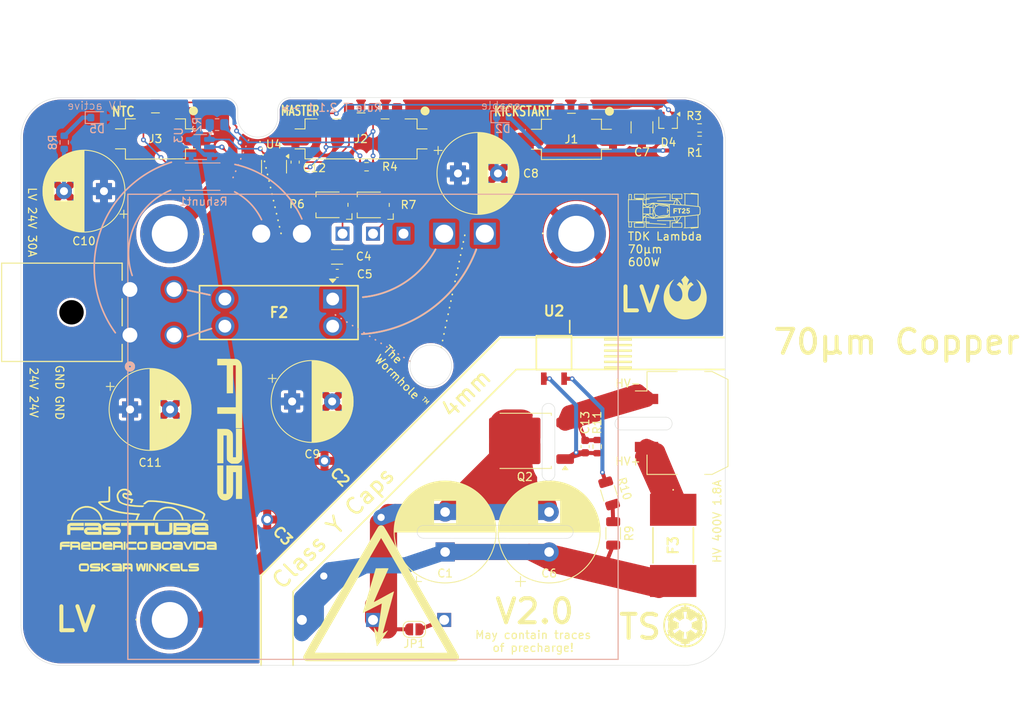
<source format=kicad_pcb>
(kicad_pcb
	(version 20241229)
	(generator "pcbnew")
	(generator_version "9.0")
	(general
		(thickness 1.67)
		(legacy_teardrops no)
	)
	(paper "A4")
	(layers
		(0 "F.Cu" mixed)
		(2 "B.Cu" mixed)
		(9 "F.Adhes" user "F.Adhesive")
		(11 "B.Adhes" user "B.Adhesive")
		(13 "F.Paste" user)
		(15 "B.Paste" user)
		(5 "F.SilkS" user "F.Silkscreen")
		(7 "B.SilkS" user "B.Silkscreen")
		(1 "F.Mask" user)
		(3 "B.Mask" user)
		(17 "Dwgs.User" user "User.Drawings")
		(19 "Cmts.User" user "User.Comments")
		(21 "Eco1.User" user "User.Eco1")
		(23 "Eco2.User" user "User.Eco2")
		(25 "Edge.Cuts" user)
		(27 "Margin" user)
		(31 "F.CrtYd" user "F.Courtyard")
		(29 "B.CrtYd" user "B.Courtyard")
		(35 "F.Fab" user)
		(33 "B.Fab" user)
		(39 "User.1" user)
		(41 "User.2" user)
		(43 "User.3" user)
		(45 "User.4" user)
		(47 "User.5" user)
		(49 "User.6" user)
		(51 "User.7" user)
		(53 "User.8" user)
		(55 "User.9" user)
	)
	(setup
		(stackup
			(layer "F.SilkS"
				(type "Top Silk Screen")
			)
			(layer "F.Paste"
				(type "Top Solder Paste")
			)
			(layer "F.Mask"
				(type "Top Solder Mask")
				(thickness 0.01)
			)
			(layer "F.Cu"
				(type "copper")
				(thickness 0.07)
			)
			(layer "dielectric 1"
				(type "core")
				(thickness 1.51)
				(material "FR4")
				(epsilon_r 4.5)
				(loss_tangent 0.02)
			)
			(layer "B.Cu"
				(type "copper")
				(thickness 0.07)
			)
			(layer "B.Mask"
				(type "Bottom Solder Mask")
				(thickness 0.01)
			)
			(layer "B.Paste"
				(type "Bottom Solder Paste")
			)
			(layer "B.SilkS"
				(type "Bottom Silk Screen")
			)
			(copper_finish "None")
			(dielectric_constraints no)
		)
		(pad_to_mask_clearance 0)
		(allow_soldermask_bridges_in_footprints no)
		(tenting front back)
		(pcbplotparams
			(layerselection 0x00000000_00000000_55555555_5755f5ff)
			(plot_on_all_layers_selection 0x00000000_00000000_00000000_00000000)
			(disableapertmacros no)
			(usegerberextensions no)
			(usegerberattributes yes)
			(usegerberadvancedattributes yes)
			(creategerberjobfile no)
			(dashed_line_dash_ratio 12.000000)
			(dashed_line_gap_ratio 3.000000)
			(svgprecision 4)
			(plotframeref no)
			(mode 1)
			(useauxorigin yes)
			(hpglpennumber 1)
			(hpglpenspeed 20)
			(hpglpendiameter 15.000000)
			(pdf_front_fp_property_popups yes)
			(pdf_back_fp_property_popups yes)
			(pdf_metadata yes)
			(pdf_single_document no)
			(dxfpolygonmode yes)
			(dxfimperialunits yes)
			(dxfusepcbnewfont yes)
			(psnegative no)
			(psa4output no)
			(plot_black_and_white yes)
			(plotinvisibletext no)
			(sketchpadsonfab no)
			(plotpadnumbers no)
			(hidednponfab no)
			(sketchdnponfab yes)
			(crossoutdnponfab yes)
			(subtractmaskfromsilk yes)
			(outputformat 1)
			(mirror no)
			(drillshape 0)
			(scaleselection 1)
			(outputdirectory "gerber/")
		)
	)
	(net 0 "")
	(net 1 "/-VIN")
	(net 2 "GND")
	(net 3 "Net-(D4-Pad3)")
	(net 4 "/+VIN")
	(net 5 "+3V3")
	(net 6 "/LV+")
	(net 7 "/3V_buttoncell")
	(net 8 "/TEMP_TSDCDC")
	(net 9 "/HV-in")
	(net 10 "/LV-")
	(net 11 "/LV_I_measure")
	(net 12 "/I_meas_weak")
	(net 13 "/+S")
	(net 14 "/TRM")
	(net 15 "Net-(D2-A)")
	(net 16 "Net-(D5-K)")
	(net 17 "/Vout+")
	(net 18 "Net-(R3-Pad2)")
	(net 19 "Net-(R10-Pad1)")
	(net 20 "/HV+in")
	(net 21 "/Enable_G")
	(net 22 "/Enable_Opto")
	(net 23 "Net-(JP1-A)")
	(footprint "Capacitor_SMD:C_1210_3225Metric" (layer "F.Cu") (at 177.6 64.721001 -90))
	(footprint "Resistor_SMD:R_0603_1608Metric" (layer "F.Cu") (at 184.8 64.8))
	(footprint "Capacitor_SMD:C_0603_1608Metric" (layer "F.Cu") (at 170.5 104.6475 90))
	(footprint "footprints:VY1471M29Y5UC63V0" (layer "F.Cu") (at 130.766058 113.762876 -45))
	(footprint "footprints:rebellion" (layer "F.Cu") (at 183 86))
	(footprint "FaSTTUBe_connectors:Micro_Mate-N-Lok_2p_vertical" (layer "F.Cu") (at 168.783 66.21))
	(footprint "Potentiometer_SMD:Potentiometer_Bourns_TC33X_Vertical" (layer "F.Cu") (at 143.92 74.42 180))
	(footprint "Capacitor_THT:CP_Radial_D12.5mm_P5.00mm" (layer "F.Cu") (at 153 117.823959 90))
	(footprint "Capacitor_THT:CP_Radial_D10.0mm_P5.00mm" (layer "F.Cu") (at 110.367678 72.7 180))
	(footprint "footprints:9775031360R" (layer "F.Cu") (at 118.59 78.03 180))
	(footprint "Package_TO_SOT_SMD:TO-252-2" (layer "F.Cu") (at 162.96 103.9275 180))
	(footprint "LOGO"
		(layer "F.Cu")
		(uuid "36ea3436-548e-4414-bac1-a7348850c228")
		(at 180.33 75.14)
		(property "Reference" "G***"
			(at 0 0 0)
			(layer "F.SilkS")
			(hide yes)
			(uuid "f973503b-fa37-47d9-b20f-d30676bb0e6c")
			(effects
				(font
					(size 1.5 1.5)
					(thickness 0.3)
				)
			)
		)
		(property "Value" "LOGO"
			(at 0.75 0 0)
			(layer "F.SilkS")
			(hide yes)
			(uuid "6387be7f-2b16-465c-8f89-140f5aa812b4")
			(effects
				(font
					(size 1.5 1.5)
					(thickness 0.3)
				)
			)
		)
		(property "Datasheet" ""
			(at 0 0 0)
			(layer "F.Fab")
			(hide yes)
			(uuid "41393a24-4ba8-4af2-84c5-5556a5cd9241")
			(effects
				(font
					(size 1.27 1.27)
					(thickness 0.15)
				)
			)
		)
		(property "Description" ""
			(at 0 0 0)
			(layer "F.Fab")
			(hide yes)
			(uuid "47d9374d-4d87-4be0-875b-3451ee135b5f")
			(effects
				(font
					(size 1.27 1.27)
					(thickness 0.15)
				)
			)
		)
		(attr board_only exclude_from_pos_files exclude_from_bom)
		(fp_poly
			(pts
				(xy 2.210106 -0.240934) (xy 2.210106 -0.176067) (xy 2.115122 -0.176067) (xy 2.020138 -0.176067)
				(xy 2.020138 0.088034) (xy 2.020138 0.352134) (xy 1.948322 0.352134) (xy 1.876505 0.352134) (xy 1.876505 0.088034)
				(xy 1.876505 -0.176067) (xy 1.781521 -0.176067) (xy 1.686538 -0.176067) (xy 1.686538 -0.240935)
				(xy 1.686537 -0.305801) (xy 1.948322 -0.305801) (xy 2.210106 -0.305801)
			)
			(stroke
				(width 0)
				(type solid)
			)
			(fill yes)
			(layer "F.SilkS")
			(uuid "7df8e5e8-4ee8-444f-be4a-2fc6df64b466")
		)
		(fp_poly
			(pts
				(xy 1.644837 -0.238617) (xy 1.644837 -0.171435) (xy 1.49657 -0.171434) (xy 1.348303 -0.171434) (xy 1.348303 -0.10425)
				(xy 1.348303 -0.037067) (xy 1.484987 -0.037067) (xy 1.621671 -0.037067) (xy 1.621671 0.030116) (xy 1.621671 0.0973)
				(xy 1.484987 0.0973) (xy 1.348303 0.0973) (xy 1.348303 0.224717) (xy 1.348303 0.352134) (xy 1.27417 0.352134)
				(xy 1.200036 0.352134) (xy 1.200036 0.023167) (xy 1.200037 -0.305801) (xy 1.422437 -0.305801) (xy 1.644836 -0.305801)
			)
			(stroke
				(width 0)
				(type solid)
			)
			(fill yes)
			(layer "F.SilkS")
			(uuid "79488fa3-17fb-4e16-b5f3-2b64540a352f")
		)
		(fp_poly
			(pts
				(xy 2.532179 -0.312678) (xy 2.576155 -0.304473) (xy 2.614922 -0.2894) (xy 2.648 -0.267744) (xy 2.67491 -0.239793)
				(xy 2.695172 -0.205832) (xy 2.704208 -0.181813) (xy 2.708716 -0.159076) (xy 2.7108 -0.130942) (xy 2.71048 -0.100955)
				(xy 2.707773 -0.072656) (xy 2.703574 -0.052464) (xy 2.698715 -0.037255) (xy 2.692926 -0.02316) (xy 2.685517 -0.009402)
				(xy 2.675798 0.004797) (xy 2.663078 0.020215) (xy 2.646666 0.037632) (xy 2.625872 0.057823) (xy 2.600005 0.081568)
				(xy 2.568374 0.109644) (xy 2.53029 0.142829) (xy 2.529931 0.14314) (xy 2.430439 0.229351) (xy 2.575106 0.230575)
				(xy 2.719774 0.231799) (xy 2.719774 0.291967) (xy 2.719774 0.352134) (xy 2.490308 0.352134) (xy 2.260843 0.352134)
				(xy 2.262116 0.277056) (xy 2.263389 0.201979) (xy 2.356056 0.119177) (xy 2.402943 0.077122) (xy 2.443117 0.04073)
				(xy 2.476929 0.009665) (xy 2.504727 -0.016408) (xy 2.526863 -0.037827) (xy 2.543685 -0.054929) (xy 2.555544 -0.06805)
				(xy 2.562789 -0.077524) (xy 2.565176 -0.081851) (xy 2.5716 -0.10729) (xy 2.569746 -0.130812) (xy 2.56056 -0.15134)
				(xy 2.544994 -0.167801) (xy 2.523994 -0.179121) (xy 2.49851 -0.184225) (xy 2.475724 -0.18314) (xy 2.452963 -0.175273)
				(xy 2.433454 -0.159912) (xy 2.418912 -0.1387) (xy 2.413064 -0.123046) (xy 2.407173 -0.101018) (xy 2.367714 -0.103927)
				(xy 2.344598 -0.10571) (xy 2.320508 -0.107692) (xy 2.30031 -0.109471) (xy 2.298702 -0.109622) (xy 2.269145 -0.112408)
				(xy 2.272093 -0.14061) (xy 2.280459 -0.177948) (xy 2.296913 -0.213524) (xy 2.320278 -0.245457) (xy 2.349375 -0.271863)
				(xy 2.357833 -0.277654) (xy 2.388158 -0.29404) (xy 2.420755 -0.305158) (xy 2.458064 -0.31171) (xy 2.483473 -0.313727)
			)
			(stroke
				(width 0)
				(type solid)
			)
			(fill yes)
			(layer "F.SilkS")
			(uuid "c06ae400-d6b0-4739-b2a0-6d35249e5efc")
		)
		(fp_poly
			(pts
				(xy 3.243342 -0.245567) (xy 3.243342 -0.185334) (xy 3.111291 -0.185334) (xy 2.979241 -0.185333)
				(xy 2.979241 -0.135525) (xy 2.979241 -0.085718) (xy 3.035999 -0.085703) (xy 3.075658 -0.084189)
				(xy 3.108746 -0.079239) (xy 3.137528 -0.070212) (xy 3.16427 -0.05647) (xy 3.181956 -0.044466) (xy 3.203555 -0.026318)
				(xy 3.221029 -0.006004) (xy 3.236416 0.019128) (xy 3.246178 0.039116) (xy 3.254238 0.063529) (xy 3.259574 0.09369)
				(xy 3.261941 0.126422) (xy 3.261098 0.158544) (xy 3.257324 0.184609) (xy 3.244399 0.223685) (xy 3.224208 0.260227)
				(xy 3.198098 0.292412) (xy 3.167418 0.318418) (xy 3.150847 0.328502) (xy 3.111135 0.345164) (xy 3.066727 0.356095)
				(xy 3.020478 0.360938) (xy 2.975243 0.359334) (xy 2.945754 0.354196) (xy 2.903627 0.339619) (xy 2.867264 0.317857)
				(xy 2.836999 0.289211) (xy 2.813163 0.253981) (xy 2.79881 0.220868) (xy 2.79432 0.207035) (xy 2.791744 0.197519)
				(xy 2.791552 0.194601) (xy 2.796444 0.193609) (xy 2.808775 0.190877) (xy 2.826961 0.186759) (xy 2.849416 0.181613)
				(xy 2.863407 0.178384) (xy 2.887539 0.172819) (xy 2.908262 0.168078) (xy 2.924002 0.164518) (xy 2.933186 0.162495)
				(xy 2.934883 0.162167) (xy 2.937199 0.166065) (xy 2.941475 0.175947) (xy 2.943919 0.182163) (xy 2.957618 0.206359)
				(xy 2.976856 0.224378) (xy 2.999977 0.235881) (xy 3.025322 0.240528) (xy 3.051235 0.23798) (xy 3.076057 0.227898)
				(xy 3.095075 0.213134) (xy 3.111612 0.190456) (xy 3.120769 0.164235) (xy 3.12262 0.136431) (xy 3.117245 0.108995)
				(xy 3.10472 0.083886) (xy 3.089275 0.066498) (xy 3.070671 0.05315) (xy 3.049056 0.043822) (xy 3.022749 0.038071)
				(xy 2.990066 0.035457) (xy 2.969974 0.03519) (xy 2.940708 0.035905) (xy 2.915232 0.038169) (xy 2.889963 0.042519)
				(xy 2.861313 0.04949) (xy 2.845988 0.053732) (xy 2.835519 0.056704) (xy 2.838042 -0.086323) (xy 2.838768 -0.123978)
				(xy 2.83959 -0.160526) (xy 2.840463 -0.194417) (xy 2.841344 -0.224098) (xy 2.842188 -0.248021) (xy 2.842954 -0.264633)
				(xy 2.843135 -0.267576) (xy 2.845706 -0.305801) (xy 3.044525 -0.305801) (xy 3.243342 -0.305801)
			)
			(stroke
				(width 0)
				(type solid)
			)
			(fill yes)
			(layer "F.SilkS")
			(uuid "5a963cb9-9510-4127-9f96-127e7c222fca")
		)
		(fp_poly
			(pts
				(xy 3.38727 -2.232811) (xy 3.40086 -2.231479) (xy 3.422092 -2.229358) (xy 3.450178 -2.22653) (xy 3.484329 -2.223073)
				(xy 3.523759 -2.219069) (xy 3.567678 -2.214599) (xy 3.615297 -2.209743) (xy 3.66583 -2.204582) (xy 3.718489 -2.199197)
				(xy 3.772484 -2.193667) (xy 3.827029 -2.188075) (xy 3.881335 -2.182501) (xy 3.934614 -2.177024)
				(xy 3.986077 -2.171727) (xy 4.034939 -2.166689) (xy 4.080407 -2.161992) (xy 4.121698 -2.157716)
				(xy 4.158021 -2.153941) (xy 4.188587 -2.150748) (xy 4.200017 -2.149547) (xy 4.234253 -2.145885)
				(xy 4.265408 -2.142435) (xy 4.292316 -2.139335) (xy 4.31381 -2.136726) (xy 4.328722 -2.134745) (xy 4.335885 -2.133532)
				(xy 4.336334 -2.133359) (xy 4.336533 -2.128574) (xy 4.336655 -2.115023) (xy 4.336705 -2.093209)
				(xy 4.336684 -2.063633) (xy 4.336595 -2.026795) (xy 4.33644 -1.983198) (xy 4.336223 -1.933343) (xy 4.335944 -1.877731)
				(xy 4.335608 -1.816864) (xy 4.335216 -1.751243) (xy 4.33477 -1.681369) (xy 4.334273 -1.607743) (xy 4.333728 -1.530869)
				(xy 4.333136 -1.451244) (xy 4.332871 -1.416624) (xy 4.332241 -1.334602) (xy 4.331634 -1.254271)
				(xy 4.33105 -1.176204) (xy 4.330496 -1.10097) (xy 4.329976 -1.029142) (xy 4.329492 -0.961291) (xy 4.329052 -0.897987)
				(xy 4.328655 -0.839801) (xy 4.328308 -0.787305) (xy 4.328013 -0.741071) (xy 4.327776 -0.701668)
				(xy 4.327599 -0.669669) (xy 4.327487 -0.645643) (xy 4.327444 -0.630164) (xy 4.327444 -0.627586)
				(xy 4.327545 -0.55322) (xy 4.37377 -0.54809) (xy 4.419996 -0.542959) (xy 4.484971 -0.483626) (xy 4.505281 -0.464833)
				(xy 4.522986 -0.44798) (xy 4.537024 -0.434118) (xy 4.546333 -0.424295) (xy 4.54985 -0.419562) (xy 4.549855 -0.419489)
				(xy 4.550293 -0.414027) (xy 4.551582 -0.400285) (xy 4.55363 -0.379199) (xy 4.556344 -0.351708) (xy 4.55963 -0.31875)
				(xy 4.563396 -0.281261) (xy 4.567548 -0.240179) (xy 4.571355 -0.202709) (xy 4.592945 0.009267) (xy 4.571355 0.221242)
				(xy 4.566945 0.264663) (xy 4.562841 0.305296) (xy 4.559137 0.342206) (xy 4.555926 0.374453) (xy 4.553301 0.401102)
				(xy 4.551353 0.421213) (xy 4.550178 0.433849) (xy 4.549855 0.438022) (xy 4.546612 0.442512) (xy 4.537531 0.452137)
				(xy 4.523674 0.465847) (xy 4.506105 0.482593) (xy 4.485885 0.501324) (xy 4.484971 0.50216) (xy 4.419997 0.561493)
				(xy 4.373769 0.566623) (xy 4.327545 0.571753) (xy 4.327444 0.646119) (xy 4.327469 0.65926) (xy 4.327563 0.681097)
				(xy 4.327723 0.711058) (xy 4.327945 0.748571) (xy 4.328225 0.793067) (xy 4.328559 0.843974) (xy 4.328943 0.90072)
				(xy 4.329373 0.962734) (xy 4.329846 1.029446) (xy 4.330356 1.100286) (xy 4.330901 1.17468) (xy 4.331477 1.252059)
				(xy 4.332079 1.33185) (xy 4.332704 1.413485) (xy 4.332871 1.435157) (xy 4.333481 1.5158) (xy 4.334047 1.593906)
				(xy 4.334564 1.668978) (xy 4.335032 1.740512) (xy 4.335447 1.808006) (xy 4.335808 1.870958) (xy 4.336111 1.928869)
				(xy 4.336355 1.981237) (xy 4.336537 2.02756) (xy 4.336653 2.067337) (xy 4.336704 2.100067) (xy 4.336685 2.125248)
				(xy 4.336594 2.142379) (xy 4.336429 2.150958) (xy 4.336335 2.151893) (xy 4.331377 2.152884) (xy 4.318367 2.15468)
				(xy 4.298472 2.157138) (xy 4.272859 2.160123) (xy 4.242694 2.163495) (xy 4.209148 2.167117) (xy 4.200017 2.168082)
				(xy 4.172233 2.170992) (xy 4.138346 2.174521) (xy 4.099146 2.178586) (xy 4.055419 2.183108) (xy 4.007954 2.188005)
				(xy 3.957539 2.193199) (xy 3.904962 2.198607) (xy 3.851011 2.204148) (xy 3.796475 2.209742) (xy 3.742141 2.215309)
				(xy 3.688796 2.220768) (xy 3.63723 2.226037) (xy 3.588231 2.231037) (xy 3.542586 2.235687) (xy 3.501083 2.239906)
				(xy 3.464512 2.243614) (xy 3.433658 2.246729) (xy 3.409312 2.249172) (xy 3.39226 2.250859) (xy 3.383291 2.251715)
				(xy 3.382109 2.251806) (xy 3.380255 2.247528) (xy 3.378178 2.23608) (xy 3.376217 2.219545) (xy 3.37545 2.210835)
				(xy 3.3736 2.191763) (xy 3.371439 2.175942) (xy 3.369333 2.165869) (xy 3.368582 2.163999) (xy 3.368194 2.163123)
				(xy 3.367841 2.162336) (xy 3.367055 2.161657) (xy 3.365358 2.161104) (xy 3.362276 2.160697) (xy 3.357337 2.160453)
				(xy 3.350069 2.160392) (xy 3.339994 2.160532) (xy 3.32664 2.16089) (xy 3.309536 2.161487) (xy 3.288204 2.162341)
				(xy 3.26217 2.16347) (xy 3.230964 2.164892) (xy 3.19411 2.166627) (xy 3.151135 2.168692) (xy 3.101565 2.171107)
				(xy 3.044926 2.17389) (xy 2.980744 2.177059) (xy 2.908545 2.180634) (xy 2.827857 2.184632) (xy 2.773776 2.187311)
				(xy 2.723126 2.189773) (xy 2.675244 2.19201) (xy 2.630927 2.19399) (xy 2.590972 2.195683) (xy 2.556177 2.197057)
				(xy 2.52734 2.198081) (xy 2.505257 2.198724) (xy 2.490727 2.198954) (xy 2.484548 2.198738) (xy 2.484397 2.198675)
				(xy 2.482972 2.193086) (xy 2.4815 2.180449) (xy 2.480208 2.162975) (xy 2.479683 2.152716) (xy 2.477796 2.109587)
				(xy 2.502643 2.106603) (xy 2.520245 2.105084) (xy 2.542271 2.103995) (xy 2.563398 2.103579) (xy 2.599307 2.103539)
				(xy 2.599205 2.03983) (xy 2.599136 2.026958) (xy 2.59896 2.005475) (xy 2.598682 1.976034) (xy 2.598313 1.939289)
				(xy 2.597857 1.895895) (xy 2.597323 1.846507) (xy 2.596718 1.791777) (xy 2.596049 1.732363) (xy 2.595323 1.668916)
				(xy 2.594547 1.602089) (xy 2.593729 1.53254) (xy 2.592876 1.460921) (xy 2.592357 1.417804) (xy 2.591488 1.345622)
				(xy 2.590651 1.275356) (xy 2.589851 1.207638) (xy 2.589097 1.143098) (xy 2.588395 1.08237) (xy 2.587752 1.026085)
				(xy 2.587175 0.974875) (xy 2.586672 0.929372) (xy 2.58625 0.890208) (xy 2.585916 0.858015) (xy 2.585677 0.833425)
				(xy 2.585539 0.817069) (xy 2.585508 0.811266) (xy 2.585407 0.763045) (xy 2.477681 0.76615) (xy 2.420738 0.767807)
				(xy 2.372367 0.769264) (xy 2.331872 0.770562) (xy 2.298559 0.771745) (xy 2.271738 0.772854) (xy 2.250712 0.773931)
				(xy 2.234789 0.775018) (xy 2.223275 0.776158) (xy 2.215478 0.777392) (xy 2.210703 0.778764) (xy 2.208257 0.780313)
				(xy 2.207447 0.782084) (xy 2.207419 0.782564) (xy 2.204733 0.787317) (xy 2.196946 0.798996) (xy 2.184444 0.817061)
				(xy 2.167617 0.84097) (xy 2.146849 0.870183) (xy 2.122527 0.90416) (xy 2.09504 0.94236) (xy 2.064773 0.984242)
				(xy 2.032115 1.029266) (xy 1.99745 1.07689) (xy 1.961168 1.126575) (xy 1.960005 1.128165) (xy 1.923623 1.177986)
				(xy 1.888809 1.225823) (xy 1.855956 1.271128) (xy 1.825453 1.313354) (xy 1.797694 1.351955) (xy 1.773068 1.386383)
				(xy 1.751966 1.416092) (xy 1.734781 1.440534) (xy 1.721903 1.459162) (xy 1.713724 1.47143) (xy 1.710635 1.47679)
				(xy 1.710627 1.476824) (xy 1.708624 1.487304) (xy 2.003382 1.487304) (xy 2.298139 1.487304) (xy 2.298144 1.583446)
				(xy 2.298213 1.608384) (xy 2.298406 1.641116) (xy 2.29871 1.680174) (xy 2.299111 1.724089) (xy 2.299595 1.771389)
				(xy 2.300147 1.820606) (xy 2.300755 1.870268) (xy 2.301218 1.905463) (xy 2.304286 2.131339) (xy 1.647305 2.131339)
				(xy 0.990323 2.131339) (xy 0.993195 2.113964) (xy 0.993689 2.106417) (xy 0.994158 2.090423) (xy 0.994594 2.066805)
				(xy 0.99496 2.038672) (xy 1.08875 2.038672) (xy 1.647111 2.038672) (xy 2.205472 2.038672) (xy 2.205472 1.809321)
				(xy 2.205472 1.579971) (xy 1.656421 1.579199) (xy 1.585739 1.579096) (xy 1.517565 1.578991) (xy 1.452484 1.578885)
				(xy 1.391074 1.578779) (xy 1.333918 1.578675) (xy 1.281595 1.578571) (xy 1.234689 1.578472) (xy 1.193778 1.578378)
				(xy 1.159447 1.57829) (xy 1.132272 1.578209) (xy 1.112838 1.578137) (xy 1.101725 1.578074) (xy 1.099261 1.57804)
				(xy 1.097423 1.578408) (xy 1.095875 1.580202) (xy 1.094589 1.584173) (xy 1.093535 1.591074) (xy 1.092682 1.601656)
				(xy 1.091999 1.61667) (xy 1.091456 1.636869) (xy 1.091023 1.663004) (xy 1.090669 1.695827) (xy 1.090364 1.736087)
				(xy 1.090077 1.784539) (xy 1.089951 1.808163) (xy 1.08875 2.038672) (xy 0.99496 2.038672) (xy 0.99499 2.036382)
				(xy 0.995338 1.999975) (xy 0.995631 1.958404) (xy 0.995862 1.912492) (xy 0.996024 1.863057) (xy 0.996108 1.810921)
				(xy 0.996118 1.78963) (xy 0.996169 1.482671) (xy 1.242123 1.482671) (xy 1.291787 1.482595) (xy 1.337431 1.482378)
				(xy 1.378334 1.48203) (xy 1.413769 1.481564) (xy 1.443013 1.480992) (xy 1.465339 1.480327) (xy 1.480024 1.47958)
				(xy 1.486341 1.478764) (xy 1.486531 1.478558) (xy 1.484152 1.47334) (xy 1.478357 1.461039) (xy 1.469747 1.442919)
				(xy 1.458926 1.420247) (xy 1.446495 1.394288) (xy 1.441011 1.382862) (xy 1.397037 1.291279) (xy 1.283478 1.294298)
				(xy 1.249685 1.295057) (xy 1.208904 1.295746) (xy 1.163413 1.296342) (xy 1.11549 1.296818) (xy 1.067413 1.297151)
				(xy 1.021462 1.297314) (xy 1.006594 1.297327) (xy 0.843269 1.297337) (xy 0.843269 1.721288) (xy 0.843269 2.145239)
				(xy -0.708148 2.145239) (xy -2.259563 2.145239) (xy -2.262634 1.935978) (xy -2.263315 1.886185)
				(xy -2.263944 1.833688) (xy -2.264503 1.780411) (xy -2.264976 1.728276) (xy -2.265345 1.679207)
				(xy -2.265592 1.635127) (xy -2.265702 1.59796) (xy -2.265706 1.590794) (xy -2.265739 1.55167) (xy -2.265876 1.520834)
				(xy -2.266173 1.497306) (xy -2.266692 1.480108) (xy -2.26749 1.46826) (xy -2.268626 1.460783) (xy -2.270157 1.456697)
				(xy -2.272141 1.455025) (xy -2.273814 1.454766) (xy -2.280294 1.454537) (xy -2.294854 1.453935)
				(xy -2.316319 1.453013) (xy -2.343512 1.451821) (xy -2.37526 1.450411) (xy -2.410382 1.448834) (xy -2.43019 1.447939)
				(xy -2.468142 1.446262) (xy -2.504686 1.44473) (xy -2.538371 1.443397) (xy -2.567745 1.442318) (xy -2.591357 1.441547)
				(xy -2.607758 1.441142) (xy -2.612049 1.441093) (xy -2.64564 1.44097) (xy -2.64564 1.468771) (xy -2.645639 1.496571)
				(xy -2.525331 1.496571) (xy -2.405021 1.496571) (xy -2.403705 1.805846) (xy -2.403515 1.858546)
				(xy -2.403401 1.908502) (xy -2.40336 1.954946) (xy -2.40339 1.997109) (xy -2.403489 2.034222) (xy -2.403653 2.065515)
				(xy -2.403881 2.090221) (xy -2.404171 2.107569) (xy -2.404518 2.116791) (xy -2.404706 2.118106)
				(xy -2.409529 2.11848) (xy -2.423095 2.118886) (xy -2.44488 2.119321) (xy -2.474362 2.119778) (xy -2.511016 2.120253)
				(xy -2.554319 2.12074) (xy -2.603749 2.121235) (xy -2.658781 2.121732) (xy -2.718891 2.122227) (xy -2.783558 2.122715)
				(xy -2.852257 2.12319) (xy -2.924462 2.123648) (xy -2.999654 2.124083) (xy -3.0638 2.124423) (xy -3.720577 2.127757)
				(xy -3.720577 1.81448) (xy -3.720577 1.593871) (xy -3.62791 1.593871) (xy -3.62791 1.814711) (xy -3.62791 2.03555)
				(xy -3.411698 2.032478) (xy -3.369215 2.031948) (xy -3.31891 2.031448) (xy -3.262228 2.030984) (xy -3.200615 2.030565)
				(xy -3.135516 2.030198) (xy -3.068375 2.029891) (xy -3.000637 2.029653) (xy -2.933749 2.02949) (xy -2.869154 2.029412)
				(xy -2.846385 2.029405) (xy -2.497283 2.029405) (xy -2.498486 1.81048) (xy -2.49969 1.591554) (xy -2.537915 1.591676)
				(xy -2.547579 1.591701) (xy -2.565869 1.591743) (xy -2.592146 1.591801) (xy -2.62577 1.591872) (xy -2.666099 1.591957)
				(xy -2.712496 1.592053) (xy -2.764319 1.592159) (xy -2.820929 1.592274) (xy -2.881685 1.592396)
				(xy -2.945948 1.592525) (xy -3.013077 1.592659) (xy -3.082432 1.592796) (xy -3.102025 1.592834)
				(xy -3.62791 1.593871) (xy -3.720577 1.593871) (xy -3.720577 1.501204) (xy -3.654551 1.501183) (xy -3.624666 1.500936)
				(xy -3.592334 1.500279) (xy -3.561481 1.499312) (xy -3.536401 1.498158) (xy -3.484276 1.495155)
				(xy -3.484276 1.468063) (xy -3.484276 1.44097) (xy -3.740716 1.44097) (xy -3.997156 1.44097) (xy -4.000524 1.764101)
				(xy -4.001097 1.817922) (xy -4.001663 1.868962) (xy -4.002214 1.916476) (xy -4.002738 1.959718)
				(xy -4.003227 1.997942) (xy -4.00367 2.030405) (xy -4.004058 2.056359) (xy -4.004382 2.07506) (xy -4.004631 2.085762)
				(xy -4.004755 2.088096) (xy -4.009616 2.088576) (xy -4.02259 2.089168) (xy -4.042528 2.089847) (xy -4.068278 2.090589)
				(xy -4.098689 2.091373) (xy -4.132609 2.092176) (xy -4.168888 2.092974) (xy -4.206373 2.093745)
				(xy -4.243913 2.094466) (xy -4.28036 2.095114) (xy -4.314559 2.095667) (xy -4.34536 2.096101) (xy -4.371612 2.096393)
				(xy -4.392163 2.096521) (xy -4.405862 2.096463) (xy -4.411559 2.096194) (xy -4.41163 2.096166) (xy -4.412287 2.091243)
				(xy -4.412909 2.077802) (xy -4.413489 2.056593) (xy -4.414016 2.028365) (xy -4.414482 1.993867)
				(xy -4.414878 1.953848) (xy -4.415193 1.909058) (xy -4.415422 1.860246) (xy -4.415551 1.808161)
				(xy -4.415578 1.769665) (xy -4.415578 1.445919) (xy -4.322912 1.44592) (xy -4.322911 1.632667) (xy -4.32283 1.677998)
				(xy -4.322597 1.724363) (xy -4.322233 1.770035) (xy -4.321755 1.813286) (xy -4.321184 1.852391)
				(xy -4.320538 1.885623) (xy -4.319861 1.910511) (xy -4.31681 2.001605) (xy -4.27237 2.001588) (xy -4.250095 2.001348)
				(xy -4.222113 2.000707) (xy -4.191967 1.999762) (xy -4.163205 1.99861) (xy -4.162654 1.998585) (xy -4.09738 1.995599)
				(xy -4.094329 1.722449) (xy -4.093807 1.672987) (xy -4.093375 1.626306) (xy -4.093037 1.583227)
				(xy -4.092796 1.544568) (xy -4.092653 1.51115) (xy -4.092615 1.483793) (xy -4.092685 1.463316) (xy -4.092866 1.450539)
				(xy -4.09313 1.446294) (xy -4.09808 1.445515) (xy -4.111021 1.444917) (xy -4.130668 1.444519) (xy -4.155749 1.444338)
				(xy -4.184984 1.444394) (xy -4.208947 1.444604) (xy -4.322912 1.44592) (xy -4.415578 1.445919) (xy -4.415578 1.445604)
				(xy -4.44609 1.445604) (xy -4.476601 1.445603) (xy -4.472918 1.340195) (xy -4.472551 1.32484) (xy -4.472203 1.300703)
				(xy -4.471875 1.268271) (xy -4.471567 1.22803) (xy -4.471279 1.180464) (xy -4.47101 1.126058) (xy -4.470761 1.065302)
				(xy -4.470532 0.998677) (xy -4.470323 0.92667) (xy -4.470132 0.849767) (xy -4.469964 0.768454) (xy -4.469814 0.683216)
				(xy -4.469683 0.594538) (xy -4.469572 0.502907) (xy -4.469482 0.408808) (xy -4.469412 0.312726)
				(xy -4.469361 0.215146) (xy -4.469329 0.116557) (xy -4.469318 0.017441) (xy -4.469319 0.009267)
				(xy -4.376195 0.009267) (xy -4.376195 1.348304) (xy -3.921735 1.348303) (xy -3.84542 1.348265) (xy -3.763054 1.348156)
				(xy -3.676284 1.347978) (xy -3.586755 1.34774) (xy -3.496112 1.347448) (xy -3.4755 1.34737) (xy -2.566874 1.347369)
				(xy -2.510115 1.350271) (xy -2.485398 1.351507) (xy -2.454562 1.353009) (xy -2.420743 1.354622)
				(xy -2.387079 1.356201) (xy -2.369956 1.35699) (xy -2.342439 1.358262) (xy -2.317591 1.359435) (xy -2.297116 1.360426)
				(xy -2.28272 1.361153) (xy -2.27648 1.361507) (xy -2.266404 1.362204) (xy -2.268995 1.099261) (xy -2.269489 1.050816)
				(xy -2.269988 1.005216) (xy -2.270479 0.963292) (xy -2.270952 0.925869) (xy -2.271395 0.893779)
				(xy -2.271407 0.893007) (xy -2.176597 0.893007) (xy -2.176496 0.920555) (xy -2.176287 0.953996)
				(xy -2.175973 0.992488) (xy -2.175561 1.035186) (xy -2.175055 1.081248) (xy -2.174701 1.110891)
				(xy -2.17154 1.365972) (xy -2.129432 1.368977) (xy -2.067771 1.373609) (xy -2.010185 1.378392) (xy -1.957281 1.383255)
				(xy -1.909674 1.388125) (xy -1.867971 1.39293) (xy -1.832783 1.397595) (xy -1.80472 1.40205) (xy -1.784393 1.406223)
				(xy -1.772412 1.410037) (xy -1.769774 1.411753) (xy -1.769529 1.417538) (xy -1.771735 1.42998) (xy -1.775956 1.446925)
				(xy -1.778921 1.457187) (xy -1.785239 1.477077) (xy -1.790133 1.489488) (xy -1.794401 1.495928)
				(xy -1.798845 1.497914) (xy -1.800426 1.497857) (xy -1.808153 1.49683) (xy -1.823059 1.494741) (xy -1.843149 1.491874)
				(xy -1.866434 1.488511) (xy -1.871871 1.48772) (xy -1.897523 1.484335) (xy -1.929466 1.480654) (xy -1.964746 1.476986)
				(xy -2.000406 1.473642) (xy -2.027089 1.471419) (xy -2.057452 1.46905) (xy -2.086497 1.466764) (xy -2.112259 1.464717)
				(xy -2.132778 1.463064) (xy -2.146087 1.461962) (xy -2.146397 1.461935) (xy -2.173039 1.459646)
				(xy -2.173039 1.489692) (xy -2.172691 1.506113) (xy -2.171285 1.515262) (xy -2.168279 1.519122)
				(xy -2.164797 1.519737) (xy -2.158723 1.520031) (xy -2.144281 1.520874) (xy -2.12235 1.522213) (xy -2.093809 1.52399)
				(xy -2.059538 1.526152) (xy -2.020415 1.528643) (xy -1.977319 1.531407) (xy -1.93113 1.534389) (xy -1.906488 1.535988)
				(xy -1.854929 1.539338) (xy -1.80268 1.542728) (xy -1.751135 1.546071) (xy -1.701688 1.549275) (xy -1.655732 1.55225)
				(xy -1.614661 1.554907) (xy -1.579869 1.557154) (xy -1.552749 1.558901) (xy -1.549854 1.559087)
				(xy -1.519396 1.561047) (xy -1.481663 1.56348) (xy -1.438624 1.566258) (xy -1.392251 1.569254) (xy -1.344516 1.57234)
				(xy -1.297389 1.575391) (xy -1.264903 1.577495) (xy -1.217015 1.580596) (xy -1.16498 1.583963) (xy -1.111213 1.587439)
				(xy -1.058137 1.590868) (xy -1.008165 1.594093) (xy -0.963719 1.596959) (xy -0.942887 1.598301)
				(xy -0.897305 1.601236) (xy -0.845716 1.60456) (xy -0.791355 1.608063) (xy -0.737462 1.611537) (xy -0.687275 1.614773)
				(xy -0.655619 1.616816) (xy -0.610848 1.619703) (xy -0.559926 1.622982) (xy -0.505948 1.626455)
				(xy -0.452011 1.629924) (xy -0.401211 1.633186) (xy -0.363718 1.635592) (xy -0.328419 1.637861)
				(xy -0.285555 1.640625) (xy -0.236806 1.643776) (xy -0.183852 1.647202) (xy -0.128376 1.650799)
				(xy -0.072057 1.654455) (xy -0.016577 1.658062) (xy 0.031407 1.661186) (xy 0.078504 1.664246) (xy 0.122931 1.667115)
				(xy 0.163807 1.669738) (xy 0.200251 1.672059) (xy 0.231381 1.674022) (xy 0.256316 1.675572) (xy 0.274174 1.676652)
				(xy 0.284073 1.677206) (xy 0.285714 1.677271) (xy 0.289145 1.678355) (xy 0.291125 1.682707) (xy 0.291847 1.691981)
				(xy 0.291504 1.70783) (xy 0.290854 1.721421) (xy 0.289553 1.740799) (xy 0.287959 1.756543) (xy 0.286321 1.766454)
				(xy 0.285478 1.768637) (xy 0.280651 1.768608) (xy 0.266958 1.768) (xy 0.24478 1.766836) (xy 0.214499 1.765141)
				(xy 0.176497 1.762937) (xy 0.131153 1.76025) (xy 0.078851 1.757101) (xy 0.019972 1.753516) (xy -0.045106 1.749517)
				(xy -0.115998 1.745128) (xy -0.192324 1.740372) (xy -0.273703 1.735274) (xy -0.359753 1.729857)
				(xy -0.450093 1.724144) (xy -0.544342 1.718159) (xy -0.642118 1.711925) (xy -0.743041 1.705468)
				(xy -0.846728 1.698808) (xy -0.944155 1.692531) (xy -1.050013 1.6857) (xy -1.153439 1.679031) (xy -1.254052 1.67255)
				(xy -1.351472 1.666279) (xy -1.445319 1.660243) (xy -1.535212 1.654466) (xy -1.620772 1.648974)
				(xy -1.701618 1.643789) (xy -1.77737 1.638936) (xy -1.847648 1.634441) (xy -1.912071 1.630326) (xy -1.97026 1.626617)
				(xy -2.021834 1.623337) (xy -2.066412 1.620512) (xy -2.103615 1.618164) (xy -2.133063 1.61632) (xy -2.154375 1.615002)
				(xy -2.167171 1.614236) (xy -2.171095 1.614039) (xy -2.171128 1.618662) (xy -2.171074 1.631645)
				(xy -2.170943 1.652082) (xy -2.170742 1.679067) (xy -2.170476 1.711694) (xy -2.170155 1.749057)
				(xy -2.169782 1.790249) (xy -2.169374 1.833647) (xy -2.167282 2.052572) (xy -0.707684 2.052572)
				(xy 0.751913 2.052572) (xy 0.748501 1.676113) (xy 0.747965 1.617934) (xy 0.747438 1.562492) (xy 0.746927 1.510476)
				(xy 0.746439 1.462575) (xy 0.745982 1.419482) (xy 0.745565 1.381879) (xy 0.745193 1.350461) (xy 0.744876 1.325917)
				(xy 0.74462 1.308934) (xy 0.744433 1.300203) (xy 0.74437 1.299146) (xy 0.739738 1.29906) (xy 0.726314 1.298912)
				(xy 0.704572 1.298707) (xy 0.674985 1.29845) (xy 0.63803 1.298141) (xy 0.594179 1.297786) (xy 0.543907 1.297389)
				(xy 0.487688 1.296953) (xy 0.425996 1.296482) (xy 0.359306 1.295979) (xy 0.288092 1.295448) (xy 0.212828 1.294894)
				(xy 0.133988 1.294318) (xy 0.052047 1.293726) (xy -0.032522 1.293121) (xy -0.050967 1.292989) (xy -0.136082 1.292366)
				(xy -0.218697 1.291727) (xy -0.298338 1.291076) (xy -0.374525 1.29042) (xy -0.446785 1.289762) (xy -0.51464 1.289109)
				(xy -0.577615 1.288467) (xy -0.635234 1.287838) (xy -0.687017 1.287229) (xy -0.732492 1.286647)
				(xy -0.771182 1.286094) (xy -0.80261 1.285578) (xy -0.8263 1.285103) (xy -0.841774 1.284674) (xy -0.848559 1.284296)
				(xy -0.848834 1.284224) (xy -0.849966 1.278521) (xy -0.850313 1.265798) (xy -0.849853 1.248265)
				(xy -0.849272 1.23771) (xy -0.84646 1.194313) (xy -0.241371 1.198332) (xy -0.165921 1.198806) (xy -0.087571 1.199245)
				(xy -0.006827 1.199647) (xy 0.075804 1.200015) (xy 0.159817 1.200345) (xy 0.244705 1.200641) (xy 0.329962 1.2009)
				(xy 0.415083 1.201123) (xy 0.49956 1.201308) (xy 0.582888 1.201456) (xy 0.664561 1.201569) (xy 0.744073 1.201645)
				(xy 0.820918 1.20168) (xy 0.894589 1.201678) (xy 0.964581 1.20164) (xy 1.030387 1.201562) (xy 1.091501 1.201446)
				(xy 1.147417 1.20129) (xy 1.19763 1.201096) (xy 1.241632 1.200862) (xy 1.278919 1.200589) (xy 1.308983 1.200276)
				(xy 1.331319 1.199923) (xy 1.34542 1.19953) (xy 1.35078 1.199096) (xy 1.350806 1.199078) (xy 1.349214 1.19475)
				(xy 1.344123 1.183101) (xy 1.336024 1.165174) (xy 1.325408 1.142014) (xy 1.312764 1.114663) (xy 1.298583 1.084164)
				(xy 1.283355 1.051563) (xy 1.26757 1.0179) (xy 1.251718 0.984222) (xy 1.23629 0.951571) (xy 1.221776 0.920988)
				(xy 1.208665 0.893521) (xy 1.197449 0.87021) (xy 1.188618 0.852101) (xy 1.18266 0.840235) (xy 1.180095 0.835685)
				(xy 1.175226 0.835695) (xy 1.161554 0.836353) (xy 1.139522 0.83763) (xy 1.10957 0.839495) (xy 1.07214 0.84192)
				(xy 1.027672 0.844876) (xy 0.976607 0.848331) (xy 0.919386 0.852257) (xy 0.85645 0.856627) (xy 0.788239 0.861409)
				(xy 0.715194 0.866573) (xy 0.685735 0.868667) (xy 0.663095 0.870269) (xy 0.632355 0.872428) (xy 0.594658 0.875065)
				(xy 0.551149 0.8781) (xy 0.502971 0.881454) (xy 0.451269 0.885047) (xy 0.397186 0.888799) (xy 0.341867 0.89263)
				(xy 0.286456 0.896461) (xy 0.284951 0.896566) (xy 0.176937 0.90403) (xy 0.077696 0.910891) (xy -0.013246 0.917182)
				(xy -0.09636 0.922935) (xy -0.172119 0.928184) (xy -0.240997 0.932962) (xy -0.303464 0.9373) (xy -0.359995 0.941234)
				(xy -0.411061 0.944794) (xy -0.457135 0.948013) (xy -0.49869 0.950924) (xy -0.536198 0.953561) (xy -0.549051 0.954467)
				(xy -0.578891 0.956562) (xy -0.616558 0.95919) (xy -0.660642 0.962254) (xy -0.709728 0.965655) (xy -0.7624 0.969296)
				(xy -0.817245 0.973079) (xy -0.872847 0.976906) (xy -0.927792 0.980679) (xy -0.949836 0.98219) (xy -1.01286 0.986511)
				(xy -1.067275 0.990257) (xy -1.113708 0.993486) (xy -1.152795 0.996259) (xy -1.185167 0.998635)
				(xy -1.211458 1.000672) (xy -1.232301 1.002429) (xy -1.248327 1.003966) (xy -1.26017 1.005342) (xy -1.268462 1.006617)
				(xy -1.273837 1.007848) (xy -1.276926 1.009095) (xy -1.278363 1.010417) (xy -1.27878 1.011874) (xy -1.278804 1.012926)
				(xy -1.282603 1.018344) (xy -1.286912 1.019325) (xy -1.292531 1.018476) (xy -1.306619 1.016012)
				(xy -1.328539 1.012051) (xy -1.357656 1.006711) (xy -1.393335 1.000111) (xy -1.434941 0.992369)
				(xy -1.481838 0.983603) (xy -1.533392 0.973932) (xy -1.588967 0.963474) (xy -1.647926 0.952347)
				(xy -1.709637 0.94067) (xy -1.734781 0.935903) (xy -1.797241 0.924076) (xy -1.857088 0.912784) (xy -1.913699 0.902139)
				(xy -1.953465 0.894691) (xy -1.182718 0.894691) (xy -1.181463 0.896526) (xy -1.178384 0.896375)
				(xy -1.172445 0.895435) (xy -1.157826 0.893191) (xy -1.135011 0.889716) (xy -1.104486 0.885085)
				(xy -1.066734 0.879368) (xy -1.022239 0.87264) (xy -0.971486 0.864975) (xy -0.914959 0.856444) (xy -0.853143 0.847121)
				(xy -0.786521 0.837079) (xy -0.736248 0.829506) (xy 1.283437 0.829506) (xy 1.285371 0.83409) (xy 1.290948 0.846313)
				(xy 1.299823 0.865444) (xy 1.311656 0.890755) (xy 1.326103 0.921518) (xy 1.342822 0.957002) (xy 1.361471 0.99648)
				(xy 1.381708 1.039222) (xy 1.403189 1.0845) (xy 1.404312 1.086863) (xy 1.426648 1.133895) (xy 1.448401 1.179705)
				(xy 1.46914 1.223387) (xy 1.488433 1.264033) (xy 1.50585 1.300734) (xy 1.52096 1.332582) (xy 1.53333 1.358667)
				(xy 1.542531 1.378082) (xy 1.547623 1.388845) (xy 1.556963 1.407744) (xy 1.565324 1.423077) (xy 1.571732 1.433155)
				(xy 1.575015 1.436337) (xy 1.580188 1.435472) (xy 1.580479 1.435179) (xy 1.580745 1.430338) (xy 1.581201 1.417174)
				(xy 1.581825 1.396605) (xy 1.582595 1.369556) (xy 1.58344 1.338627) (xy 1.677952 1.338627) (xy 1.678207 1.349718)
				(xy 1.678783 1.352937) (xy 1.681828 1.348916) (xy 1.689917 1.337994) (xy 1.702623 1.320751) (xy 1.719521 1.297767)
				(xy 1.740185 1.269622) (xy 1.764191 1.236896) (xy 1.791111 1.200169) (xy 1.820521 1.160021) (xy 1.851995 1.117032)
				(xy 1.885108 1.071782) (xy 1.889579 1.065669) (xy 1.9228 1.020219) (xy 1.954356 0.976973) (xy 1.983829 0.936509)
				(xy 2.010802 0.899402) (xy 2.034857 0.866229) (xy 2.055579 0.837567) (xy 2.072549 0.813991) (xy 2.085351 0.796077)
				(xy 2.093565 0.784403) (xy 2.096777 0.779544) (xy 2.096803 0.77944) (xy 2.092053 0.779288) (xy 2.079195 0.779455)
				(xy 2.059383 0.779902) (xy 2.033769 0.780591) (xy 2.003504 0.78148) (xy 1.969743 0.782532) (xy 1.933637 0.783705)
				(xy 1.896338 0.784961) (xy 1.859 0.786261) (xy 1.822775 0.787565) (xy 1.788815 0.788832) (xy 1.758272 0.790024)
				(xy 1.7323 0.791103) (xy 1.712051 0.792025) (xy 1.698677 0.792754) (xy 1.693331 0.79325) (xy 1.693288 0.793274)
				(xy 1.692863 0.798069) (xy 1.692256 0.811168) (xy 1.691498 0.83161) (xy 1.690619 0.858433) (xy 1.68965 0.890677)
				(xy 1.688622 0.92738) (xy 1.687565 0.967583) (xy 1.686964 0.991606) (xy 1.685818 1.037429) (xy 1.684622 1.083742)
				(xy 1.683421 1.128973) (xy 1.682258 1.171551) (xy 1.681174 1.209907) (xy 1.680215 1.242468) (xy 1.67942 1.267665)
				(xy 1.679281 1.271853) (xy 1.678498 1.298287) (xy 1.678052 1.321014) (xy 1.677952 1.338627) (xy 1.58344 1.338627)
				(xy 1.583486 1.336946) (xy 1.584477 1.299698) (xy 1.585544 1.258732) (xy 1.586665 1.214971) (xy 1.587817 1.169336)
				(xy 1.588978 1.122747) (xy 1.590124 1.076128) (xy 1.591233 1.030398) (xy 1.592282 0.98648) (xy 1.593248 0.945295)
				(xy 1.594108 0.907765) (xy 1.594839 0.874811) (xy 1.59542 0.847353) (xy 1.595825 0.826315) (xy 1.596035 0.812617)
				(xy 1.596025 0.807181) (xy 1.596013 0.807129) (xy 1.591202 0.806917) (xy 1.578503 0.807354) (xy 1.559214 0.808346)
				(xy 1.534635 0.809802) (xy 1.506062 0.811628) (xy 1.474798 0.813732) (xy 1.442139 0.816019) (xy 1.409386 0.818398)
				(xy 1.377836 0.820775) (xy 1.348789 0.823057) (xy 1.323544 0.825151) (xy 1.303399 0.826965) (xy 1.289654 0.828405)
				(xy 1.283607 0.829379) (xy 1.283437 0.829506) (xy -0.736248 0.829506) (xy -0.715578 0.826391) (xy -0.714841 0.82628)
				(xy -0.081856 0.82628) (xy -0.08122 0.829034) (xy -0.078767 0.829369) (xy -0.074953 0.827674) (xy -0.075678 0.82628)
				(xy -0.081177 0.825725) (xy -0.081856 0.82628) (xy -0.714841 0.82628) (xy -0.698092 0.823757) (xy -0.055333 0.823758)
				(xy -0.054628 0.823962) (xy -0.053461 0.824142) (xy -0.053284 0.824173) (xy -0.048025 0.823996)
				(xy -0.034245 0.823225) (xy -0.012669 0.821909) (xy 0.01598 0.820095) (xy 0.050977 0.817829) (xy 0.0916 0.81516)
				(xy 0.137123 0.812133) (xy 0.186823 0.808798) (xy 0.239976 0.8052) (xy 0.295858 0.801388) (xy 0.301167 0.801024)
				(xy 0.35717 0.797173) (xy 0.410437 0.793485) (xy 0.460255 0.790012) (xy 0.505907 0.786803) (xy 0.546678 0.783911)
				(xy 0.581854 0.781386) (xy 0.610719 0.779279) (xy 0.632557 0.777641) (xy 0.646656 0.776524) (xy 0.652295 0.775979)
				(xy 0.652368 0.775957) (xy 0.652881 0.771144) (xy 0.652861 0.75965) (xy 0.652367 0.745275) (xy 0.650985 0.715685)
				(xy 0.308117 0.767524) (xy 0.241453 0.777602) (xy 0.18337 0.786385) (xy 0.13329 0.793962) (xy 0.090632 0.800424)
				(xy 0.054816 0.805864) (xy 0.025264 0.81037) (xy 0.001391 0.814035) (xy -0.017378 0.816949) (xy -0.031626 0.819203)
				(xy -0.041931 0.820888) (xy -0.048874 0.822095) (xy -0.053036 0.822915) (xy -0.054995 0.823439)
				(xy -0.055333 0.823758) (xy -0.698092 0.823757) (xy -0.640798 0.815131) (xy -0.562666 0.803369)
				(xy -0.481666 0.791184) (xy -0.398281 0.778643) (xy -0.396152 0.778323) (xy -0.312822 0.765789)
				(xy -0.231929 0.753612) (xy -0.153952 0.741866) (xy -0.07937 0.730622) (xy -0.008663 0.719953) (xy 0.057691 0.709931)
				(xy 0.119212 0.70063) (xy 0.175421 0.692122) (xy 0.225839 0.684478) (xy 0.269988 0.677773) (xy 0.307385 0.672078)
				(xy 0.337554 0.667466) (xy 0.360016 0.664009) (xy 0.37429 0.66178) (xy 0.379898 0.660851) (xy 0.379933 0.660843)
				(xy 0.379681 0.659793) (xy 0.371923 0.658943) (xy 0.361401 0.658553) (xy 0.351224 0.658321) (xy 0.332934 0.657854)
				(xy 0.307679 0.657181) (xy 0.276607 0.656335) (xy 0.24087 0.655346) (xy 0.201615 0.654247) (xy 0.159991 0.653069)
				(xy 0.14595 0.652668) (xy -0.035966 0.647471) (xy 0.463161 0.647471) (xy 0.464457 0.648002) (xy 0.468971 0.6478)
				(xy 0.477786 0.646748) (xy 0.491989 0.644728) (xy 0.51266 0.641622) (xy 0.540888 0.637315) (xy 0.557558 0.634768)
				(xy 0.585496 0.63052) (xy 0.610203 0.626796) (xy 0.630254 0.623808) (xy 0.644228 0.621767) (xy 0.650701 0.620886)
				(xy 0.65095 0.620868) (xy 0.651895 0.616547) (xy 0.652659 0.604829) (xy 0.653155 0.587586) (xy 0.653302 0.569902)
				(xy 0.653116 0.549421) (xy 0.652612 0.532869) (xy 0.651873 0.522117) (xy 0.651112 0.518935) (xy 0.646895 0.521416)
				(xy 0.636334 0.528274) (xy 0.620721 0.538634) (xy 0.601344 0.551622) (xy 0.579495 0.566359) (xy 0.556463 0.58197)
				(xy 0.533539 0.59758) (xy 0.512012 0.612312) (xy 0.493174 0.625292) (xy 0.478313 0.635642) (xy 0.468721 0.642488)
				(xy 0.465883 0.644679) (xy 0.463998 0.646325) (xy 0.463161 0.647471) (xy -0.035966 0.647471) (xy -0.044017 0.647241)
				(xy -0.342868 0.713284) (xy -0.641718 0.779327) (xy -0.79171 0.701927) (xy -0.941701 0.624528) (xy -0.952061 0.63544)
				(xy -0.958763 0.642655) (xy -0.970295 0.655237) (xy -0.985283 0.671674) (xy -1.002345 0.690454)
				(xy -1.010663 0.699635) (xy -1.029669 0.720613) (xy -1.052872 0.746197) (xy -1.078235 0.774147)
				(xy -1.10372 0.802214) (xy -1.125194 0.825849) (xy -1.147108 0.850096) (xy -1.163247 0.868347) (xy -1.174181 0.881358)
				(xy -1.180482 0.889888) (xy -1.182718 0.894691) (xy -1.953465 0.894691) (xy -1.966451 0.892259)
				(xy -2.014719 0.883261) (xy -2.057883 0.875255) (xy -2.095319 0.868362) (xy -2.126404 0.862694)
				(xy -2.150514 0.858368) (xy -2.167027 0.855498) (xy -2.175319 0.854201) (xy -2.1762 0.854152) (xy -2.176454 0.858961)
				(xy -2.176585 0.872194) (xy -2.176597 0.893007) (xy -2.271407 0.893007) (xy -2.271795 0.867849)
				(xy -2.272146 0.848908) (xy -2.272431 0.837785) (xy -2.272596 0.835072) (xy -2.277392 0.833628)
				(xy -2.289081 0.831061) (xy -2.305417 0.827789) (xy -2.324157 0.82423) (xy -2.343055 0.820802) (xy -2.359866 0.817926)
				(xy -2.372344 0.816017) (xy -2.377783 0.815469) (xy -2.382814 0.819107) (xy -2.392881 0.829655)
				(xy -2.407524 0.846565) (xy -2.426279 0.869288) (xy -2.448687 0.897275) (xy -2.474284 0.929976)
				(xy -2.476209 0.932461) (xy -2.566789 1.049453) (xy -2.566831 1.198412) (xy -2.566874 1.347369)
				(xy -3.4755 1.34737) (xy -3.406 1.347107) (xy -3.318066 1.346724) (xy -3.233955 1.346302) (xy -3.155312 1.345851)
				(xy -3.083782 1.345375) (xy -3.063408 1.345223) (xy -2.65954 1.342143) (xy -2.65954 1.193095) (xy -2.659611 1.156856)
				(xy -2.659812 1.123653) (xy -2.660124 1.094605) (xy -2.660532 1.070826) (xy -2.661017 1.053434)
				(xy -2.661562 1.043545) (xy -2.661898 1.041688) (xy -2.662145 1.036887) (xy -2.662378 1.023326)
				(xy -2.662596 1.001515) (xy -2.662801 0.97196) (xy -2.662992 0.935172) (xy -2.663169 0.891656) (xy -2.663333 0.841922)
				(xy -2.663387 0.821797) (xy -2.566931 0.821797) (xy -2.566874 0.839408) (xy -2.566709 0.860783)
				(xy -2.566259 0.878075) (xy -2.565592 0.889598) (xy -2.564775 0.893659) (xy -2.564714 0.89362) (xy -2.561236 0.889331)
				(xy -2.553244 0.879122) (xy -2.541861 0.864434) (xy -2.528206 0.846706) (xy -2.52539 0.843039) (xy -2.488226 0.794619)
				(xy -2.517125 0.789043) (xy -2.537582 0.785026) (xy -2.55152 0.783122) (xy -2.560182 0.78459) (xy -2.56481 0.790688)
				(xy -2.566646 0.80267) (xy -2.566931 0.821797) (xy -2.663387 0.821797) (xy -2.663482 0.786477) (xy -2.663609 0.729562)
				(xy -2.298883 0.729562) (xy -2.297915 0.732277) (xy -2.293989 0.733811) (xy -2.293506 0.733928)
				(xy -2.287109 0.735232) (xy -2.272369 0.738108) (xy -2.250048 0.742409) (xy -2.220911 0.747991)
				(xy -2.185719 0.754708) (xy -2.145236 0.762415) (xy -2.100225 0.770966) (xy -2.051449 0.780215)
				(xy -1.999671 0.790016) (xy -1.962222 0.797097) (xy -1.907812 0.807388) (xy -1.855122 0.817375)
				(xy -1.805011 0.826891) (xy -1.75834 0.835776) (xy -1.715968 0.843863) (xy -1.678754 0.850987) (xy -1.647558 0.856987)
				(xy -1.623239 0.861696) (xy -1.606655 0.864951) (xy -1.60082 0.866128) (xy -1.578228 0.87078) (xy -1.563695 0.873557)
				(xy -1.556196 0.874421) (xy -1.55471 0.873335) (xy -1.558213 0.87026) (xy -1.565681 0.865158) (xy -1.566154 0.86484)
				(xy -1.572816 0.860528) (xy -1.586621 0.851735) (xy -1.606862 0.838906) (xy -1.632833 0.822486)
				(xy -1.663829 0.802921) (xy -1.699143 0.780656) (xy -1.73807 0.756138) (xy -1.779903 0.729811) (xy -1.823937 0.702122)
				(xy -1.838454 0.692997) (xy -2.094621 0.532016) (xy -2.152576 0.586868) (xy -2.176489 0.609499)
				(xy -2.202621 0.634227) (xy -2.228311 0.658535) (xy -2.250897 0.679904) (xy -2.25781 0.686443) (xy -2.276358 0.704107)
				(xy -2.288874 0.7165) (xy -2.296125 0.724644) (xy -2.298883 0.729562) (xy -2.663609 0.729562) (xy -2.663617 0.72583)
				(xy -2.663693 0.68487) (xy -2.571673 0.68487) (xy -2.540314 0.690127) (xy -2.519302 0.69366) (xy -2.49457 0.697834)
				(xy -2.47189 0.701674) (xy -2.453075 0.704574) (xy -2.436731 0.706572) (xy -2.425863 0.707313) (xy -2.424555 0.707275)
				(xy -2.418158 0.703798) (xy -2.405527 0.693951) (xy -2.386929 0.677972) (xy -2.36263 0.656097) (xy -2.332897 0.62856)
				(xy -2.297994 0.595599) (xy -2.29112 0.589048) (xy -2.263177 0.562299) (xy -2.237544 0.537598) (xy -2.214949 0.515664)
				(xy -2.208715 0.509553) (xy -1.950607 0.509553) (xy -1.9468 0.512291) (xy -1.935888 0.519472) (xy -1.918621 0.530621)
				(xy -1.89575 0.545269) (xy -1.868026 0.56294) (xy -1.8362 0.583162) (xy -1.801021 0.605462) (xy -1.763241 0.629367)
				(xy -1.723609 0.654404) (xy -1.682877 0.6801) (xy -1.641795 0.705983) (xy -1.601114 0.731579) (xy -1.561583 0.756416)
				(xy -1.523955 0.780021) (xy -1.488978 0.801921) (xy -1.457405 0.821641) (xy -1.429984 0.838711)
				(xy -1.407468 0.852657) (xy -1.390606 0.863005) (xy -1.380149 0.869285) (xy -1.376851 0.871069)
				(xy -1.376472 0.866591) (xy -1.376257 0.853775) (xy -1.376205 0.833549) (xy -1.376307 0.806839)
				(xy -1.376558 0.774573) (xy -1.376955 0.737678) (xy -1.377492 0.697081) (xy -1.377998 0.663817)
				(xy -1.378705 0.620969) (xy -1.379398 0.581082) (xy -1.38006 0.545089) (xy -1.380671 0.51392) (xy -1.381212 0.488508)
				(xy -1.381664 0.469782) (xy -1.382011 0.458676) (xy -1.382191 0.455901) (xy -1.386851 0.456086)
				(xy -1.398951 0.457069) (xy -1.416719 0.458694) (xy -1.438379 0.460807) (xy -1.44097 0.461066) (xy -1.457491 0.462673)
				(xy -1.48203 0.464986) (xy -1.513376 0.467892) (xy -1.550318 0.471282) (xy -1.591642 0.475044) (xy -1.636139 0.479068)
				(xy -1.682595 0.483242) (xy -1.724763 0.487008) (xy -1.769444 0.491035) (xy -1.811188 0.49489) (xy -1.849114 0.498486)
				(xy -1.882336 0.501734) (xy -1.909972 0.504545) (xy -1.93114 0.506833) (xy -1.944954 0.508509) (xy -1.950533 0.509483)
				(xy -1.950607 0.509553) (xy -2.208715 0.509553) (xy -2.196125 0.497211) (xy -2.1818 0.482955) (xy -2.172706 0.473613)
				(xy -2.169573 0.469902) (xy -2.169584 0.469879) (xy -2.174411 0.469525) (xy -2.187548 0.469178)
				(xy -2.208039 0.468848) (xy -2.234926 0.468543) (xy -2.26725 0.468275) (xy -2.304057 0.468053) (xy -2.344389 0.467886)
				(xy -2.370201 0.467817) (xy -2.56919 0.467385) (xy -2.570431 0.576127) (xy -2.571673 0.68487) (xy -2.663693 0.68487)
				(xy -2.663738 0.660488) (xy -2.663846 0.59096) (xy -2.66394 0.517753) (xy -2.66402 0.441375) (xy -2.664086 0.362335)
				(xy -2.664138 0.28114) (xy -2.664175 0.198299) (xy -2.6642 0.114319) (xy -2.66421 0.029708) (xy -2.664207 -0.055024)
				(xy -2.664189 -0.139372) (xy -2.664158 -0.222825) (xy -2.664113 -0.304878) (xy -2.664079 -0.350676)
				(xy -2.571507 -0.350675) (xy -2.571507 0.009953) (xy -2.571507 0.370583) (xy -2.336365 0.371827)
				(xy -2.283394 0.372113) (xy -2.227372 0.372428) (xy -2.170154 0.372758) (xy -2.1136 0.373095) (xy -2.059564 0.373425)
				(xy -2.009905 0.373739) (xy -1.96648 0.374025) (xy -1.943035 0.374186) (xy -1.784851 0.375301) (xy -1.781479 0.285374)
				(xy -1.780911 0.265127) (xy -1.780452 0.238243) (xy -1.780098 0.20563) (xy -1.779843 0.168198) (xy -1.779684 0.126856)
				(xy -1.779616 0.082512) (xy -1.779634 0.036074) (xy -1.77969 0.009267) (xy -1.686538 0.009267) (xy -1.686538 0.3753)
				(xy -1.606613 0.375163) (xy -1.573414 0.374667) (xy -1.536917 0.373396) (xy -1.500872 0.371526)
				(xy -1.469022 0.369229) (xy -1.459504 0.368351) (xy -1.435295 0.365969) (xy -1.414257 0.363943)
				(xy -1.398169 0.362441) (xy -1.388809 0.361631) (xy -1.387351 0.361539) (xy -1.386326 0.358071)
				(xy -1.385428 0.347555) (xy -1.384654 0.329734) (xy -1.384 0.30435) (xy -1.383461 0.271147) (xy -1.383036 0.229865)
				(xy -1.38272 0.180248) (xy -1.382509 0.122039) (xy -1.382399 0.054979) (xy -1.382385 0.018838) (xy -1.286957 0.018837)
				(xy -1.286947 0.094028) (xy -1.286884 0.168831) (xy -1.286771 0.242676) (xy -1.286609 0.314991)
				(xy -1.286398 0.385207) (xy -1.28614 0.452752) (xy -1.285835 0.517055) (xy -1.285488 0.577547) (xy -1.285097 0.633656)
				(xy -1.284662 0.684811) (xy -1.284186 0.730441) (xy -1.283671 0.769976) (xy -1.283117 0.802846)
				(xy -1.282525 0.828479) (xy -1.281897 0.846304) (xy -1.281234 0.855751) (xy -1.28085 0.857169) (xy -1.27761 0.853858)
				(xy -1.268878 0.844447) (xy -1.255369 0.829718) (xy -1.237797 0.810454) (xy -1.216877 0.787438)
				(xy -1.193321 0.761451) (xy -1.171985 0.73786) (xy -1.145814 0.708926) (xy -1.120848 0.681378) (xy -1.09796 0.65618)
				(xy -1.078025 0.63429) (xy -1.061919 0.616671) (xy -1.050516 0.604284) (xy -1.045723 0.599159) (xy -1.027261 0.579766)
				(xy -1.066709 0.560202) (xy -1.106158 0.540637) (xy -1.155745 0.389627) (xy -1.169744 0.347011)
				(xy -1.184856 0.301041) (xy -1.20031 0.254053) (xy -1.215338 0.208385) (xy -1.229172 0.166372) (xy -1.241043 0.130349)
				(xy -1.243157 0.123942) (xy -1.280981 0.009267) (xy -1.181919 0.009267) (xy -1.105356 0.242092)
				(xy -1.028794 0.474918) (xy -0.828306 0.57788) (xy -0.788293 0.598318) (xy -0.750658 0.617325) (xy -0.716228 0.6345)
				(xy -0.685826 0.649443) (xy -0.66028 0.661749) (xy -0.640412 0.671021) (xy -0.627048 0.676855) (xy -0.621014 0.678849)
				(xy -0.620868 0.67883) (xy -0.615222 0.677504) (xy -0.601316 0.67437) (xy -0.579943 0.669601) (xy -0.551894 0.663374)
				(xy -0.517962 0.655863) (xy -0.478939 0.647245) (xy -0.435616 0.637694) (xy -0.388787 0.627386)
				(xy -0.339242 0.616495) (xy -0.331284 0.614748) (xy -0.04865 0.552678) (xy 0.141317 0.558648) (xy 0.184285 0.559974)
				(xy 0.225962 0.561214) (xy 0.265073 0.562334) (xy 0.300345 0.563298) (xy 0.330503 0.564073) (xy 0.354274 0.564623)
				(xy 0.370385 0.564915) (xy 0.373136 0.564944) (xy 0.414988 0.565268) (xy 0.532987 0.484806) (xy 0.650985 0.404343)
				(xy 0.650819 0.378239) (xy 0.650747 0.367149) (xy 0.650622 0.348161) (xy 0.650453 0.322645) (xy 0.650249 0.291969)
				(xy 0.65002 0.257506) (xy 0.649773 0.22062) (xy 0.649661 0.203867) (xy 0.649048 0.11239) (xy 0.74401 0.11239)
				(xy 0.744036 0.183306) (xy 0.744117 0.252672) (xy 0.744255 0.319886) (xy 0.74445 0.384347) (xy 0.744705 0.445455)
				(xy 0.745018 0.502607) (xy 0.745393 0.555205) (xy 0.745828 0.602644) (xy 0.746327 0.644328) (xy 0.746888 0.679652)
				(xy 0.747513 0.708017) (xy 0.748204 0.728822) (xy 0.748901 0.740802) (xy 0.751473 0.770385) (xy 0.782313 0.767729)
				(xy 0.791641 0.767011) (xy 0.809464 0.765722) (xy 0.835033 0.763916) (xy 0.867597 0.761642) (xy 0.871885 0.761345)
				(xy 2.679697 0.761345) (xy 2.679715 0.774654) (xy 2.679829 0.795967) (xy 2.680031 0.824652) (xy 2.680315 0.860078)
				(xy 2.680674 0.901614) (xy 2.681101 0.948628) (xy 2.68159 1.000489) (xy 2.682134 1.056567) (xy 2.682725 1.116229)
				(xy 2.683358 1.178844) (xy 2.684025 1.243782) (xy 2.68472 1.310411) (xy 2.685436 1.378099) (xy 2.686165 1.446217)
				(xy 2.686902 1.51413) (xy 2.68764 1.58121) (xy 2.688371 1.646824) (xy 2.689089 1.710341) (xy 2.689788 1.771132)
				(xy 2.69046 1.828563) (xy 2.691098 1.882004) (xy 2.691697 1.930822) (xy 2.692248 1.974388) (xy 2.692746 2.01207)
				(xy 2.693184 2.043236) (xy 2.693554 2.067256) (xy 2.69385 2.083496) (xy 2.694065 2.09133) (xy 2.694116 2.091956)
				(xy 2.699164 2.094214) (xy 2.711424 2.095302) (xy 2.727283 2.095108) (xy 2.735419 2.094717) (xy 2.752293 2.093896)
				(xy 2.777385 2.092669) (xy 2.810179 2.091063) (xy 2.850155 2.089102) (xy 2.896796 2.086812) (xy 2.949582 2.084219)
				(xy 3.007997 2.081348) (xy 3.071521 2.078225) (xy 3.139637 2.074875) (xy 3.211827 2.071323) (xy 3.287571 2.067595)
				(xy 3.366352 2.063717) (xy 3.447652 2.059714) (xy 3.499847 2.057143) (xy 3.581895 2.053093) (xy 3.661406 2.049152)
				(xy 3.737889 2.045344) (xy 3.810854 2.041695) (xy 3.87981 2.03823) (xy 3.944268 2.034975) (xy 4.003735 2.031953)
				(xy 4.057722 2.02919) (xy 4.105739 2.026712) (xy 4.147295 2.024542) (xy 4.1819 2.022708) (xy 4.209061 2.021232)
				(xy 4.22829 2.020141) (xy 4.239096 2.019459) (xy 4.241386 2.01924) (xy 4.241524 2.014405) (xy 4.241573 2.000921)
				(xy 4.241538 1.979398) (xy 4.241425 1.950443) (xy 4.24124 1.914669) (xy 4.240987 1.872682) (xy 4.240672 1.825094)
				(xy 4.2403 1.772513) (xy 4.239877 1.715549) (xy 4.239409 1.654811) (xy 4.238899 1.590909) (xy 4.238357 1.524453)
				(xy 4.237784 1.456051) (xy 4.237186 1.386313) (xy 4.236569 1.315848) (xy 4.235942 1.245266) (xy 4.235303 1.175177)
				(xy 4.234662 1.10619) (xy 4.234026 1.038915) (xy 4.233398 0.973958) (xy 4.232784 0.911933) (xy 4.232187 0.853447)
				(xy 4.231615 0.799111) (xy 4.231074 0.749533) (xy 4.230568 0.705322) (xy 4.230102 0.667089) (xy 4.229683 0.635444)
				(xy 4.229315 0.610993) (xy 4.229004 0.594349) (xy 4.228755 0.586119) (xy 4.228675 0.585321) (xy 4.223996 0.585655)
				(xy 4.210689 0.586955) (xy 4.189334 0.589158) (xy 4.160513 0.592198) (xy 4.124806 0.596013) (xy 4.082794 0.600536)
				(xy 4.035057 0.605705) (xy 3.982176 0.611455) (xy 3.924734 0.617721) (xy 3.863309 0.62444) (xy 3.798484 0.631549)
				(xy 3.730838 0.63898) (xy 3.660952 0.64667) (xy 3.589408 0.654558) (xy 3.516786 0.662576) (xy 3.443667 0.67066)
				(xy 3.370632 0.678748) (xy 3.298262 0.686774) (xy 3.227137 0.694674) (xy 3.157838 0.702384) (xy 3.090948 0.709839)
				(xy 3.027043 0.716976) (xy 2.966708 0.723731) (xy 2.910522 0.730038) (xy 2.859067 0.735834) (xy 2.812923 0.741054)
				(xy 2.772671 0.745633) (xy 2.738891 0.749511) (xy 2.712165 0.752619) (xy 2.693074 0.754894) (xy 2.682197 0.756272)
				(xy 2.679781 0.756671) (xy 2.679697 0.761345) (xy 0.871885 0.761345) (xy 0.906406 0.758954) (xy 0.950707 0.755902)
				(xy 0.999753 0.75254) (xy 1.052792 0.748917) (xy 1.109075 0.745088) (xy 1.167851 0.7411) (xy 1.200036 0.738922)
				(xy 1.259156 0.734889) (xy 1.315691 0.73096) (xy 1.368945 0.727188) (xy 1.418226 0.723625) (xy 1.462841 0.720324)
				(xy 1.502096 0.717337) (xy 1.535298 0.714716) (xy 1.561754 0.712514) (xy 1.580771 0.710784) (xy 1.591655 0.709577)
				(xy 1.594003 0.709122) (xy 1.599713 0.707473) (xy 1.610689 0.705799) (xy 1.627258 0.704086) (xy 1.649748 0.702318)
				(xy 1.678484 0.700479) (xy 1.713794 0.698554) (xy 1.756006 0.696528) (xy 1.805446 0.694385) (xy 1.862442 0.692108)
				(xy 1.927321 0.689683) (xy 2.00041 0.687095) (xy 2.082036 0.684327) (xy 2.172526 0.681365) (xy 2.193889 0.680678)
				(xy 2.629423 0.666718) (xy 3.500427 0.569625) (xy 3.589382 0.5597) (xy 3.675908 0.550028) (xy 3.759552 0.540662)
				(xy 3.83986 0.531652) (xy 3.91638 0.52305) (xy 3.988658 0.514907) (xy 4.056242 0.507275) (xy 4.118679 0.500204)
				(xy 4.175512 0.493747) (xy 4.226293 0.487954) (xy 4.270566 0.482878) (xy 4.307879 0.478569) (xy 4.337779 0.47508)
				(xy 4.359813 0.472459) (xy 4.373525 0.470761) (xy 4.378446 0.470045) (xy 4.384581 0.465986) (xy 4.395679 0.456957)
				(xy 4.410016 0.444408) (xy 4.421995 0.433428) (xy 4.458531 0.399298) (xy 4.478575 0.204283) (xy 4.498618 0.009267)
				(xy 4.478575 -0.185749) (xy 4.458531 -0.380765) (xy 4.421995 -0.414895) (xy 4.40635 -0.429149) (xy 4.392637 -0.440981)
				(xy 4.38258 -0.448942) (xy 4.378445 -0.451511) (xy 4.373191 -0.452271) (xy 4.35918 -0.454002) (xy 4.336864 -0.456652)
				(xy 4.306698 -0.460173) (xy 4.269135 -0.464509) (xy 4.224626 -0.469611) (xy 4.173627 -0.475427)
				(xy 4.116589 -0.481907) (xy 4.053966 -0.488998) (xy 3.986211 -0.49665) (xy 3.913777 -0.50481) (xy 3.837117 -0.513427)
				(xy 3.756684 -0.52245) (xy 3.672932 -0.531828) (xy 3.586314 -0.541509) (xy 3.500427 -0.551091) (xy 2.629423 -0.648184)
				(xy 2.193889 -0.662145) (xy 2.101383 -0.665152) (xy 2.017818 -0.667962) (xy 1.942859 -0.670588)
				(xy 1.876184 -0.673048) (xy 1.817465 -0.675356) (xy 1.766373 -0.677528) (xy 1.722583 -0.679579)
				(xy 1.685767 -0.681525) (xy 1.655596 -0.683382) (xy 1.631745 -0.685164) (xy 1.613886 -0.686888)
				(xy 1.601692 -0.688569) (xy 1.594836 -0.690223) (xy 1.594002 -0.690589) (xy 1.588352 -0.691485)
				(xy 1.574316 -0.692907) (xy 1.552688 -0.694801) (xy 1.524267 -0.697113) (xy 1.489845 -0.699789)
				(xy 1.45022 -0.702774) (xy 1.406186 -0.706014) (xy 1.35854 -0.709454) (xy 1.308077 -0.713041) (xy 1.255593 -0.71672)
				(xy 1.201883 -0.720436) (xy 1.147744 -0.724136) (xy 1.09397 -0.727765) (xy 1.041358 -0.731269) (xy 0.990703 -0.734592)
				(xy 0.942801 -0.737682) (xy 0.898448 -0.740484) (xy 0.858438 -0.742943) (xy 0.823569 -0.745005)
				(xy 0.794635 -0.746616) (xy 0.772431 -0.747721) (xy 0.757756 -0.748267) (xy 0.751402 -0.748197)
				(xy 0.751213 -0.748129) (xy 0.750433 -0.742796) (xy 0.749692 -0.728798) (xy 0.748992 -0.706736)
				(xy 0.748334 -0.677209) (xy 0.747719 -0.64082) (xy 0.747147 -0.59817) (xy 0.746621 -0.549858) (xy 0.746139 -0.496487)
				(xy 0.745704 -0.438656) (xy 0.745317 -0.376968) (xy 0.744978 -0.312024) (xy 0.744687 -0.244422)
				(xy 0.744448 -0.174765) (xy 0.74426 -0.103655) (xy 0.744123 -0.031692) (xy 0.74404 0.040523) (xy 0.74401 0.11239)
				(xy 0.649048 0.11239) (xy 0.648668 0.055601) (xy 0.572218 0.0556) (xy 0.495768 0.0556) (xy 0.495768 0.192284)
				(xy 0.495767 0.328968) (xy 0.448276 0.328969) (xy 0.400785 0.328968) (xy 0.400784 0.009267) (xy 0.400784 -0.310434)
				(xy 0.448276 -0.310434) (xy 0.495768 -0.310434) (xy 0.495768 -0.17375) (xy 0.495768 -0.037067) (xy 0.572218 -0.037067)
				(xy 0.648668 -0.037067) (xy 0.649661 -0.185334) (xy 0.649912 -0.222854) (xy 0.65015 -0.258559) (xy 0.650367 -0.291082)
				(xy 0.650552 -0.319051) (xy 0.650698 -0.341098) (xy 0.650795 -0.355856) (xy 0.650819 -0.359706)
				(xy 0.650985 -0.38581) (xy 0.532987 -0.466272) (xy 0.414988 -0.546735) (xy 0.375453 -0.546467) (xy 0.362163 -0.546268)
				(xy 0.340844 -0.545813) (xy 0.312731 -0.545134) (xy 0.279055 -0.544263) (xy 0.241052 -0.543233)
				(xy 0.199954 -0.542075) (xy 0.156996 -0.540822) (xy 0.141353 -0.540355) (xy -0.053211 -0.534511)
				(xy -0.340515 -0.598173) (xy -0.478106 -0.628662) (xy 0.464951 -0.628662) (xy 0.468141 -0.625775)
				(xy 0.477751 -0.618571) (xy 0.49252 -0.607923) (xy 0.511192 -0.5947) (xy 0.532504 -0.579774) (xy 0.555199 -0.564017)
				(xy 0.578016 -0.548298) (xy 0.599697 -0.53349) (xy 0.61898 -0.520463) (xy 0.63461 -0.510088) (xy 0.645324 -0.503238)
				(xy 0.649827 -0.500784) (xy 0.651222 -0.504946) (xy 0.65235 -0.516519) (xy 0.653083 -0.533657) (xy 0.653302 -0.551368)
				(xy 0.653102 -0.571849) (xy 0.652561 -0.5884) (xy 0.651766 -0.599152) (xy 0.65095 -0.602335) (xy 0.645856 -0.603003)
				(xy 0.633025 -0.604866) (xy 0.613881 -0.607711) (xy 0.589845 -0.611328) (xy 0.56234 -0.615505) (xy 0.557517 -0.616241)
				(xy 0.529648 -0.620414) (xy 0.505075 -0.623937) (xy 0.485202 -0.626622) (xy 0.471432 -0.62828) (xy 0.46517 -0.628723)
				(xy 0.464951 -0.628662) (xy -0.478106 -0.628662) (xy -0.627818 -0.661836) (xy -0.828308 -0.55911)
				(xy -1.028798 -0.456384) (xy -1.105358 -0.223559) (xy -1.181919 0.009267) (xy -1.280981 0.009267)
				(xy -1.243157 -0.105409) (xy -1.231782 -0.139917) (xy -1.218287 -0.180893) (xy -1.203441 -0.226004)
				(xy -1.188012 -0.272912) (xy -1.172767 -0.319281) (xy -1.158476 -0.362777) (xy -1.155737 -0.371117)
				(xy -1.106142 -0.52215) (xy -1.073783 -0.538152) (xy -1.041424 -0.554153) (xy -1.161272 -0.696226)
				(xy -1.281121 -0.838299) (xy -1.28395 -0.628808) (xy -1.284524 -0.581136) (xy -1.285033 -0.528142)
				(xy -1.285481 -0.4704) (xy -1.285866 -0.408479) (xy -1.286191 -0.342949) (xy -1.286458 -0.274383)
				(xy -1.286666 -0.203351) (xy -1.286818 -0.130422) (xy -1.286915 -0.056169) (xy -1.286957 0.018837)
				(xy -1.382385 0.018838) (xy -1.382381 0.009267) (xy -1.38243 -0.06336) (xy -1.382578 -0.126978)
				(xy -1.382829 -0.181845) (xy -1.383186 -0.228218) (xy -1.383655 -0.266355) (xy -1.384238 -0.296514)
				(xy -1.384938 -0.318952) (xy -1.385759 -0.333926) (xy -1.386706 -0.341695) (xy -1.387351 -0.343005)
				(xy -1.393529 -0.343492) (xy -1.407146 -0.344739) (xy -1.426424 -0.346576) (xy -1.449581 -0.348836)
				(xy -1.459504 -0.349818) (xy -1.488982 -0.352223) (xy -1.523978 -0.354264) (xy -1.560743 -0.355765)
				(xy -1.595531 -0.356554) (xy -1.606612 -0.35663) (xy -1.686538 -0.356769) (xy -1.686538 0.009267)
				(xy -1.77969 0.009267) (xy -1.779734 -0.011548) (xy -1.779912 -0.059445) (xy -1.780162 -0.106709)
				(xy -1.780482 -0.152431) (xy -1.780865 -0.195701) (xy -1.781309 -0.235612) (xy -1.781807 -0.271255)
				(xy -1.782357 -0.30172) (xy -1.782953 -0.326099) (xy -1.78359 -0.343483) (xy -1.784266 -0.352964)
				(xy -1.784616 -0.354456) (xy -1.78958 -0.354854) (xy -1.803129 -0.355158) (xy -1.824582 -0.35537)
				(xy -1.853259 -0.355491) (xy -1.888479 -0.35552) (xy -1.929559 -0.35546) (xy -1.975821 -0.355311)
				(xy -2.026581 -0.355072) (xy -2.081161 -0.354746) (xy -2.138878 -0.354333) (xy -2.179499 -0.354004)
				(xy -2.571507 -0.350675) (xy -2.664079 -0.350676) (xy -2.664053 -0.385021) (xy -2.66398 -0.462746)
				(xy -2.663893 -0.537545) (xy -2.663793 -0.608912) (xy -2.663695 -0.66625) (xy -2.571507 -0.66625)
				(xy -2.571507 -0.558614) (xy -2.571373 -0.527915) (xy -2.570999 -0.500347) (xy -2.570422 -0.47725)
				(xy -2.569683 -0.459963) (xy -2.568818 -0.449824) (xy -2.568274 -0.447746) (xy -2.561647 -0.446238)
				(xy -2.558628 -0.446974) (xy -2.552746 -0.447507) (xy -2.538602 -0.448012) (xy -2.517198 -0.448475)
				(xy -2.48954 -0.448882) (xy -2.456631 -0.44922) (xy -2.419476 -0.449475) (xy -2.379077 -0.449633)
				(xy -2.359152 -0.449671) (xy -2.166089 -0.449907) (xy -2.208605 -0.49102) (xy -1.950607 -0.49102)
				(xy -1.946145 -0.49014) (xy -1.933334 -0.488548) (xy -1.913058 -0.486331) (xy -1.886198 -0.483578)
				(xy -1.853642 -0.480378) (xy -1.816268 -0.476817) (xy -1.774962 -0.472986) (xy -1.730608 -0.468971)
				(xy -1.724763 -0.468449) (xy -1.663928 -0.462994) (xy -1.607414 -0.457865) (xy -1.555839 -0.453121)
				(xy -1.509817 -0.44882) (xy -1.469966 -0.44502) (xy -1.436903 -0.441783) (xy -1.411243 -0.439165)
				(xy -1.393603 -0.437225) (xy -1.384753 -0.43605) (xy -1.384007 -0.440394) (xy -1.383159 -0.452992)
				(xy -1.382244 -0.472831) (xy -1.3813 -0.498898) (xy -1.380362 -0.530185) (xy -1.379467 -0.565675)
				(xy -1.378651 -0.604358) (xy -1.378579 -0.608127) (xy -1.377873 -0.648965) (xy -1.377304 -0.688359)
				(xy -1.376884 -0.724987) (xy -1.376624 -0.757529) (xy -1.376534 -0.784669) (xy -1.376625 -0.805083)
				(xy -1.37688 -0.816838) (xy -1.378421 -0.852958) (xy -1.664498 -0.673204) (xy -1.711119 -0.643879)
				(xy -1.755378 -0.615975) (xy -1.796664 -0.589885) (xy -1.834356 -0.566002) (xy -1.86784 -0.544718)
				(xy -1.8965 -0.526424) (xy -1.91972 -0.511514) (xy -1.936884 -0.500378) (xy -1.947376 -0.493411)
				(xy -1.950607 -0.49102) (xy -2.208605 -0.49102) (xy -2.230956 -0.512633) (xy -2.256966 -0.537707)
				(xy -2.28625 -0.565808) (xy -2.316027 -0.594277) (xy -2.343515 -0.62045) (xy -2.356985 -0.63322)
				(xy -2.418147 -0.691082) (xy -2.465868 -0.683601) (xy -2.489841 -0.679803) (xy -2.514093 -0.675893)
				(xy -2.534832 -0.672484) (xy -2.542549 -0.671186) (xy -2.571507 -0.66625) (xy -2.663695 -0.66625)
				(xy -2.663678 -0.676336) (xy -2.663604 -0.712358) (xy -2.296194 -0.712359) (xy -2.294335 -0.708011)
				(xy -2.288776 -0.700733) (xy -2.278956 -0.689928) (xy -2.264319 -0.674999) (xy -2.244305 -0.65535)
				(xy -2.218356 -0.630384) (xy -2.199923 -0.612809) (xy -2.174278 -0.588462) (xy -2.150847 -0.566303)
				(xy -2.130453 -0.547107) (xy -2.113924 -0.531647) (xy -2.102085 -0.520697) (xy 
... [808477 chars truncated]
</source>
